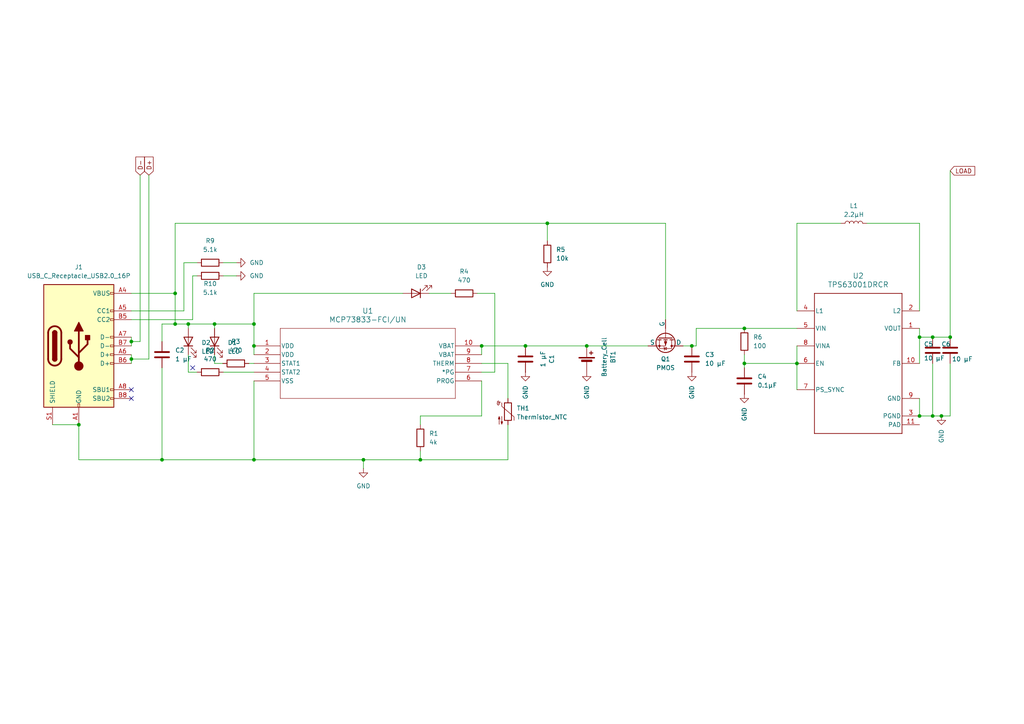
<source format=kicad_sch>
(kicad_sch (version 20250114) (generator "eeschema") (generator_version "9.0")
  (paper "A4")
  (lib_symbols
    (symbol "Connector:USB_C_Receptacle_USB2.0_16P" (pin_names (offset 1.016))
      (property "Reference" "J" (at 0 22.225 0))
      (property "Value" "USB_C_Receptacle_USB2.0_16P" (at 0 19.685 0))
      (symbol "USB_C_Receptacle_USB2.0_16P_0_0"
        (rectangle (start -0.254 -17.78) (end 0.254 -16.764))
        (rectangle (start 10.16 15.494) (end 9.144 14.986))
        (rectangle (start 10.16 10.414) (end 9.144 9.906))
        (rectangle (start 10.16 7.874) (end 9.144 7.366))
        (rectangle (start 10.16 2.794) (end 9.144 2.286))
        (rectangle (start 10.16 0.254) (end 9.144 -0.254))
        (rectangle (start 10.16 -2.286) (end 9.144 -2.794))
        (rectangle (start 10.16 -4.826) (end 9.144 -5.334))
        (rectangle (start 10.16 -12.446) (end 9.144 -12.954))
        (rectangle (start 10.16 -14.986) (end 9.144 -15.494))
      )
      (symbol "USB_C_Receptacle_USB2.0_16P_0_1"
        (rectangle (start -10.16 17.78) (end 10.16 -17.78) (stroke (width 0.254)) (fill (type background)))
        (polyline (pts (xy -8.89 -3.81) (xy -8.89 3.81)) (stroke (width 0.508)))
        (rectangle (start -7.62 -3.81) (end -6.35 3.81) (stroke (width 0.254)) (fill (type outline)))
        (arc (start -7.62 3.81) (mid -6.985 4.4423) (end -6.35 3.81) (stroke (width 0.254)))
        (arc (start -7.62 3.81) (mid -6.985 4.4423) (end -6.35 3.81) (stroke (width 0.254)) (fill (type outline)))
        (arc (start -8.89 3.81) (mid -6.985 5.7067) (end -5.08 3.81) (stroke (width 0.508)))
        (arc (start -5.08 -3.81) (mid -6.985 -5.7067) (end -8.89 -3.81) (stroke (width 0.508)))
        (arc (start -6.35 -3.81) (mid -6.985 -4.4423) (end -7.62 -3.81) (stroke (width 0.254)))
        (arc (start -6.35 -3.81) (mid -6.985 -4.4423) (end -7.62 -3.81) (stroke (width 0.254)) (fill (type outline)))
        (polyline (pts (xy -5.08 3.81) (xy -5.08 -3.81)) (stroke (width 0.508)))
        (circle (center -2.54 1.143) (radius 0.635) (stroke (width 0.254)) (fill (type outline)))
        (polyline (pts (xy -1.27 4.318) (xy 0 6.858) (xy 1.27 4.318) (xy -1.27 4.318)) (stroke (width 0.254)) (fill (type outline)))
        (polyline (pts (xy 0 -2.032) (xy 2.54 0.508) (xy 2.54 1.778)) (stroke (width 0.508)))
        (polyline (pts (xy 0 -3.302) (xy -2.54 -0.762) (xy -2.54 0.508)) (stroke (width 0.508)))
        (polyline (pts (xy 0 -5.842) (xy 0 4.318)) (stroke (width 0.508)))
        (circle (center 0 -5.842) (radius 1.27) (fill (type outline)))
        (rectangle (start 1.905 1.778) (end 3.175 3.048) (stroke (width 0.254)) (fill (type outline)))
      )
      (symbol "USB_C_Receptacle_USB2.0_16P_1_1"
        (pin passive line (at -7.62 -22.86 90) (length 5.08) (name "SHIELD") (number "S1"))
        (pin passive line (at 0 -22.86 90) (length 5.08) (name "GND") (number "A1"))
        (pin passive line (at 0 -22.86 90) (length 5.08) (hide yes) (name "GND") (number "A12"))
        (pin passive line (at 0 -22.86 90) (length 5.08) (hide yes) (name "GND") (number "B1"))
        (pin passive line (at 0 -22.86 90) (length 5.08) (hide yes) (name "GND") (number "B12"))
        (pin passive line (at 15.24 15.24 180) (length 5.08) (name "VBUS") (number "A4"))
        (pin passive line (at 15.24 15.24 180) (length 5.08) (hide yes) (name "VBUS") (number "A9"))
        (pin passive line (at 15.24 15.24 180) (length 5.08) (hide yes) (name "VBUS") (number "B4"))
        (pin passive line (at 15.24 15.24 180) (length 5.08) (hide yes) (name "VBUS") (number "B9"))
        (pin bidirectional line (at 15.24 10.16 180) (length 5.08) (name "CC1") (number "A5"))
        (pin bidirectional line (at 15.24 7.62 180) (length 5.08) (name "CC2") (number "B5"))
        (pin bidirectional line (at 15.24 2.54 180) (length 5.08) (name "D-") (number "A7"))
        (pin bidirectional line (at 15.24 0 180) (length 5.08) (name "D-") (number "B7"))
        (pin bidirectional line (at 15.24 -2.54 180) (length 5.08) (name "D+") (number "A6"))
        (pin bidirectional line (at 15.24 -5.08 180) (length 5.08) (name "D+") (number "B6"))
        (pin bidirectional line (at 15.24 -12.7 180) (length 5.08) (name "SBU1") (number "A8"))
        (pin bidirectional line (at 15.24 -15.24 180) (length 5.08) (name "SBU2") (number "B8"))
      )
    )
    (symbol "Device:Battery_Cell" (pin_numbers (hide yes)) (pin_names (offset 0) (hide yes))
      (property "Reference" "BT" (at 2.54 2.54 0))
      (property "Value" "Battery_Cell" (at 2.54 0 0))
      (symbol "Battery_Cell_0_1"
        (rectangle (start -2.286 1.778) (end 2.286 1.524) (fill (type outline)))
        (rectangle (start -1.524 1.016) (end 1.524 0.508) (fill (type outline)))
        (polyline (pts (xy 0 1.778) (xy 0 2.54)))
        (polyline (pts (xy 0 0.762) (xy 0 0)))
        (polyline (pts (xy 0.762 3.048) (xy 1.778 3.048)) (stroke (width 0.254)))
        (polyline (pts (xy 1.27 3.556) (xy 1.27 2.54)) (stroke (width 0.254)))
      )
      (symbol "Battery_Cell_1_1"
        (pin passive line (at 0 5.08 270) (length 2.54) (name "+") (number "1"))
        (pin passive line (at 0 -2.54 90) (length 2.54) (name "-") (number "2"))
      )
    )
    (symbol "Device:C" (pin_numbers (hide yes)) (pin_names (offset 0.254))
      (property "Reference" "C" (at 0.635 2.54 0))
      (property "Value" "C" (at 0.635 -2.54 0))
      (symbol "C_0_1"
        (polyline (pts (xy -2.032 0.762) (xy 2.032 0.762)) (stroke (width 0.508)))
        (polyline (pts (xy -2.032 -0.762) (xy 2.032 -0.762)) (stroke (width 0.508)))
      )
      (symbol "C_1_1"
        (pin passive line (at 0 3.81 270) (length 2.794) (name "~") (number "1"))
        (pin passive line (at 0 -3.81 90) (length 2.794) (name "~") (number "2"))
      )
    )
    (symbol "Device:L" (pin_numbers (hide yes)) (pin_names (offset 1.016) (hide yes))
      (property "Reference" "L" (at -1.27 0 90))
      (property "Value" "L" (at 1.905 0 90))
      (symbol "L_0_1"
        (arc (start 0 2.54) (mid 0.6323 1.905) (end 0 1.27))
        (arc (start 0 1.27) (mid 0.6323 0.635) (end 0 0))
        (arc (start 0 0) (mid 0.6323 -0.635) (end 0 -1.27))
        (arc (start 0 -1.27) (mid 0.6323 -1.905) (end 0 -2.54))
      )
      (symbol "L_1_1"
        (pin passive line (at 0 3.81 270) (length 1.27) (name "1") (number "1"))
        (pin passive line (at 0 -3.81 90) (length 1.27) (name "2") (number "2"))
      )
    )
    (symbol "Device:LED" (pin_numbers (hide yes)) (pin_names (offset 1.016) (hide yes))
      (property "Reference" "D" (at 0 2.54 0))
      (property "Value" "LED" (at 0 -2.54 0))
      (symbol "LED_0_1"
        (polyline (pts (xy -3.048 -0.762) (xy -4.572 -2.286) (xy -3.81 -2.286) (xy -4.572 -2.286) (xy -4.572 -1.524)))
        (polyline (pts (xy -1.778 -0.762) (xy -3.302 -2.286) (xy -2.54 -2.286) (xy -3.302 -2.286) (xy -3.302 -1.524)))
        (polyline (pts (xy -1.27 0) (xy 1.27 0)))
        (polyline (pts (xy -1.27 -1.27) (xy -1.27 1.27)) (stroke (width 0.254)))
        (polyline (pts (xy 1.27 -1.27) (xy 1.27 1.27) (xy -1.27 0) (xy 1.27 -1.27)) (stroke (width 0.254)))
      )
      (symbol "LED_1_1"
        (pin passive line (at -3.81 0 0) (length 2.54) (name "K") (number "1"))
        (pin passive line (at 3.81 0 180) (length 2.54) (name "A") (number "2"))
      )
    )
    (symbol "Device:R" (pin_numbers (hide yes)) (pin_names (offset 0))
      (property "Reference" "R" (at 2.032 0 90))
      (property "Value" "R" (at 0 0 90))
      (symbol "R_0_1"
        (rectangle (start -1.016 -2.54) (end 1.016 2.54) (stroke (width 0.254)))
      )
      (symbol "R_1_1"
        (pin passive line (at 0 3.81 270) (length 1.27) (name "~") (number "1"))
        (pin passive line (at 0 -3.81 90) (length 1.27) (name "~") (number "2"))
      )
    )
    (symbol "Device:Thermistor_NTC" (pin_numbers (hide yes)) (pin_names (offset 0))
      (property "Reference" "TH" (at -4.445 0 90))
      (property "Value" "Thermistor_NTC" (at 3.175 0 90))
      (symbol "Thermistor_NTC_0_1"
        (arc (start -3.175 2.413) (mid -3.0506 2.3165) (end -3.048 2.159))
        (arc (start -3.048 2.794) (mid -2.9736 2.9736) (end -2.794 3.048))
        (arc (start -2.794 3.048) (mid -2.6144 2.9736) (end -2.54 2.794))
        (arc (start -2.794 2.54) (mid -2.9736 2.6144) (end -3.048 2.794))
        (arc (start -2.794 1.905) (mid -2.9736 1.9794) (end -3.048 2.159))
        (arc (start -2.54 2.159) (mid -2.6144 1.9794) (end -2.794 1.905))
        (arc (start -2.159 2.794) (mid -2.434 2.5608) (end -2.794 2.54))
        (polyline (pts (xy -2.54 2.159) (xy -2.54 2.794)))
        (polyline (pts (xy -2.54 -3.683) (xy -2.54 -1.397) (xy -2.794 -2.159) (xy -2.286 -2.159) (xy -2.54 -1.397) (xy -2.54 -1.651)) (fill (type outline)))
        (polyline (pts (xy -1.778 2.54) (xy -1.778 1.524) (xy 1.778 -1.524) (xy 1.778 -2.54)))
        (polyline (pts (xy -1.778 -1.397) (xy -1.778 -3.683) (xy -2.032 -2.921) (xy -1.524 -2.921) (xy -1.778 -3.683) (xy -1.778 -3.429)) (fill (type outline)))
        (rectangle (start -1.016 2.54) (end 1.016 -2.54) (stroke (width 0.254)))
      )
      (symbol "Thermistor_NTC_1_1"
        (pin passive line (at 0 3.81 270) (length 1.27) (name "~") (number "1"))
        (pin passive line (at 0 -3.81 90) (length 1.27) (name "~") (number "2"))
      )
    )
    (symbol "Simulation_SPICE:PMOS" (pin_numbers (hide yes)) (pin_names (offset 0))
      (property "Reference" "Q" (at 5.08 1.27 0))
      (property "Value" "PMOS" (at 5.08 -1.27 0))
      (symbol "PMOS_0_1"
        (polyline (pts (xy 0.254 1.905) (xy 0.254 -1.905)) (stroke (width 0.254)))
        (polyline (pts (xy 0.254 0) (xy -2.54 0)))
        (polyline (pts (xy 0.762 2.286) (xy 0.762 1.27)) (stroke (width 0.254)))
        (polyline (pts (xy 0.762 1.778) (xy 3.302 1.778) (xy 3.302 -1.778) (xy 0.762 -1.778)))
        (polyline (pts (xy 0.762 0.508) (xy 0.762 -0.508)) (stroke (width 0.254)))
        (polyline (pts (xy 0.762 -1.27) (xy 0.762 -2.286)) (stroke (width 0.254)))
        (circle (center 1.651 0) (radius 2.794) (stroke (width 0.254)))
        (polyline (pts (xy 2.286 0) (xy 1.27 0.381) (xy 1.27 -0.381) (xy 2.286 0)) (fill (type outline)))
        (polyline (pts (xy 2.54 2.54) (xy 2.54 1.778)))
        (circle (center 2.54 1.778) (radius 0.254) (fill (type outline)))
        (circle (center 2.54 -1.778) (radius 0.254) (fill (type outline)))
        (polyline (pts (xy 2.54 -2.54) (xy 2.54 0) (xy 0.762 0)))
        (polyline (pts (xy 2.794 -0.508) (xy 2.921 -0.381) (xy 3.683 -0.381) (xy 3.81 -0.254)))
        (polyline (pts (xy 3.302 -0.381) (xy 2.921 0.254) (xy 3.683 0.254) (xy 3.302 -0.381)))
      )
      (symbol "PMOS_1_1"
        (pin input line (at -5.08 0 0) (length 2.54) (name "G") (number "2"))
        (pin passive line (at 2.54 5.08 270) (length 2.54) (name "D") (number "1"))
        (pin passive line (at 2.54 -5.08 90) (length 2.54) (name "S") (number "3"))
      )
    )
    (symbol "TPS63001DRCR:TPS63001DRCR" (pin_names (offset 0.254))
      (property "Reference" "U" (at 0 2.54 0))
      (property "Value" "TPS63001DRCR" (at 0 0 0))
      (symbol "TPS63001DRCR_0_1"
        (polyline (pts (xy -12.7 20.32) (xy -12.7 -20.32)) (stroke (width 0.2032)))
        (polyline (pts (xy -12.7 -20.32) (xy 12.7 -20.32)) (stroke (width 0.2032)))
        (polyline (pts (xy 12.7 20.32) (xy -12.7 20.32)) (stroke (width 0.2032)))
        (polyline (pts (xy 12.7 -20.32) (xy 12.7 20.32)) (stroke (width 0.2032)))
        (pin unspecified line (at -17.78 15.24 0) (length 5.08) (name "L1") (number "4"))
        (pin power_in line (at -17.78 10.16 0) (length 5.08) (name "VIN") (number "5"))
        (pin power_in line (at -17.78 5.08 0) (length 5.08) (name "VINA") (number "8"))
        (pin input line (at -17.78 0 0) (length 5.08) (name "EN") (number "6"))
        (pin input line (at -17.78 -7.62 0) (length 5.08) (name "PS_SYNC") (number "7"))
        (pin unspecified line (at 17.78 15.24 180) (length 5.08) (name "L2") (number "2"))
        (pin power_in line (at 17.78 10.16 180) (length 5.08) (name "VOUT") (number "1"))
        (pin input line (at 17.78 0 180) (length 5.08) (name "FB") (number "10"))
        (pin power_in line (at 17.78 -10.16 180) (length 5.08) (name "GND") (number "9"))
        (pin power_in line (at 17.78 -15.24 180) (length 5.08) (name "PGND") (number "3"))
        (pin power_in line (at 17.78 -17.78 180) (length 5.08) (name "PAD") (number "11"))
      )
    )
    (symbol "battery_MCP73833:MCP73833-FCI_UN" (pin_names (offset 0.254))
      (property "Reference" "U" (at 33.02 10.16 0))
      (property "Value" "MCP73833-FCI/UN" (at 33.02 7.62 0))
      (symbol "MCP73833-FCI_UN_0_1"
        (polyline (pts (xy 7.62 5.08) (xy 7.62 -15.24)) (stroke (width 0.127)))
        (polyline (pts (xy 7.62 -15.24) (xy 58.42 -15.24)) (stroke (width 0.127)))
        (polyline (pts (xy 58.42 5.08) (xy 7.62 5.08)) (stroke (width 0.127)))
        (polyline (pts (xy 58.42 -15.24) (xy 58.42 5.08)) (stroke (width 0.127)))
        (pin unspecified line (at 0 0 0) (length 7.62) (name "VDD") (number "1"))
        (pin unspecified line (at 0 -2.54 0) (length 7.62) (name "VDD") (number "2"))
        (pin unspecified line (at 0 -5.08 0) (length 7.62) (name "STAT1") (number "3"))
        (pin unspecified line (at 0 -7.62 0) (length 7.62) (name "STAT2") (number "4"))
        (pin unspecified line (at 0 -10.16 0) (length 7.62) (name "VSS") (number "5"))
        (pin unspecified line (at 66.04 0 180) (length 7.62) (name "VBAT") (number "10"))
        (pin unspecified line (at 66.04 -2.54 180) (length 7.62) (name "VBAT") (number "9"))
        (pin unspecified line (at 66.04 -5.08 180) (length 7.62) (name "THERM") (number "8"))
        (pin unspecified line (at 66.04 -7.62 180) (length 7.62) (name "*PG") (number "7"))
        (pin unspecified line (at 66.04 -10.16 180) (length 7.62) (name "PROG") (number "6"))
      )
    )
    (symbol "power:GND" (power) (pin_numbers (hide yes)) (pin_names (offset 0) (hide yes))
      (property "Value" "GND" (at 0 -3.81 0))
      (symbol "GND_0_1"
        (polyline (pts (xy 0 0) (xy 0 -1.27) (xy 1.27 -1.27) (xy 0 -2.54) (xy -1.27 -1.27) (xy 0 -1.27)))
      )
      (symbol "GND_1_1"
        (pin power_in line (at 0 0 270) (length 0) (name "~") (number "1"))
      )
    )
  )
  (junction (at 62.23 93.98))
  (junction (at 38.1 99.06))
  (junction (at 200.66 100.33))
  (junction (at 170.18 100.33))
  (junction (at 73.66 93.98))
  (junction (at 215.9 105.41))
  (junction (at 275.59 97.79))
  (junction (at 270.51 97.79))
  (junction (at 231.14 105.41))
  (junction (at 73.66 133.35))
  (junction (at 38.1 104.14))
  (junction (at 266.7 97.79))
  (junction (at 215.9 95.25))
  (junction (at 270.51 120.65))
  (junction (at 266.7 120.65))
  (junction (at 152.4 100.33))
  (junction (at 121.92 133.35))
  (junction (at 158.75 64.77))
  (junction (at 273.05 120.65))
  (junction (at 54.61 93.98))
  (junction (at 50.8 93.98))
  (junction (at 50.8 85.09))
  (junction (at 105.41 133.35))
  (junction (at 139.7 100.33))
  (junction (at 73.66 100.33))
  (junction (at 46.99 133.35))
  (junction (at 22.86 123.19))
  (no_connect (at 38.1 113.03))
  (no_connect (at 38.1 115.57))
  (no_connect (at 55.88 106.68))
  (wire (pts (xy 64.77 80.01) (xy 68.58 80.01)))
  (wire (pts (xy 215.9 102.87) (xy 215.9 105.41)))
  (wire (pts (xy 266.7 97.79) (xy 266.7 105.41)))
  (wire (pts (xy 73.66 100.33) (xy 73.66 102.87)))
  (wire (pts (xy 15.24 123.19) (xy 22.86 123.19)))
  (wire (pts (xy 38.1 85.09) (xy 50.8 85.09)))
  (wire (pts (xy 38.1 99.06) (xy 40.64 99.06)))
  (wire (pts (xy 53.34 76.2) (xy 57.15 76.2)))
  (wire (pts (xy 46.99 93.98) (xy 46.99 99.06)))
  (wire (pts (xy 215.9 95.25) (xy 231.14 95.25)))
  (wire (pts (xy 73.66 133.35) (xy 105.41 133.35)))
  (wire (pts (xy 54.61 93.98) (xy 50.8 93.98)))
  (wire (pts (xy 73.66 85.09) (xy 116.84 85.09)))
  (wire (pts (xy 121.92 130.81) (xy 121.92 133.35)))
  (wire (pts (xy 43.18 104.14) (xy 43.18 50.8)))
  (wire (pts (xy 266.7 120.65) (xy 270.51 120.65)))
  (wire (pts (xy 270.51 97.79) (xy 275.59 97.79)))
  (wire (pts (xy 275.59 105.41) (xy 275.59 120.65)))
  (wire (pts (xy 73.66 110.49) (xy 73.66 133.35)))
  (wire (pts (xy 64.77 76.2) (xy 68.58 76.2)))
  (wire (pts (xy 38.1 92.71) (xy 55.88 92.71)))
  (wire (pts (xy 251.46 64.77) (xy 266.7 64.77)))
  (wire (pts (xy 73.66 100.33) (xy 73.66 93.98)))
  (wire (pts (xy 105.41 133.35) (xy 121.92 133.35)))
  (wire (pts (xy 38.1 97.79) (xy 38.1 99.06)))
  (wire (pts (xy 55.88 92.71) (xy 55.88 80.01)))
  (wire (pts (xy 38.1 104.14) (xy 43.18 104.14)))
  (wire (pts (xy 266.7 64.77) (xy 266.7 90.17)))
  (wire (pts (xy 62.23 102.87) (xy 62.23 105.41)))
  (wire (pts (xy 46.99 133.35) (xy 73.66 133.35)))
  (wire (pts (xy 38.1 104.14) (xy 38.1 105.41)))
  (wire (pts (xy 215.9 105.41) (xy 231.14 105.41)))
  (wire (pts (xy 105.41 133.35) (xy 105.41 135.89)))
  (wire (pts (xy 266.7 97.79) (xy 270.51 97.79)))
  (wire (pts (xy 121.92 133.35) (xy 147.32 133.35)))
  (wire (pts (xy 198.12 100.33) (xy 200.66 100.33)))
  (wire (pts (xy 53.34 90.17) (xy 53.34 76.2)))
  (wire (pts (xy 193.04 64.77) (xy 193.04 92.71)))
  (wire (pts (xy 55.88 80.01) (xy 57.15 80.01)))
  (wire (pts (xy 139.7 100.33) (xy 139.7 102.87)))
  (wire (pts (xy 22.86 133.35) (xy 22.86 123.19)))
  (wire (pts (xy 201.93 95.25) (xy 215.9 95.25)))
  (wire (pts (xy 270.51 105.41) (xy 270.51 120.65)))
  (wire (pts (xy 147.32 105.41) (xy 147.32 115.57)))
  (wire (pts (xy 139.7 120.65) (xy 121.92 120.65)))
  (wire (pts (xy 46.99 106.68) (xy 46.99 133.35)))
  (wire (pts (xy 62.23 93.98) (xy 62.23 95.25)))
  (wire (pts (xy 73.66 93.98) (xy 73.66 85.09)))
  (wire (pts (xy 64.77 107.95) (xy 73.66 107.95)))
  (wire (pts (xy 266.7 95.25) (xy 266.7 97.79)))
  (wire (pts (xy 40.64 99.06) (xy 40.64 50.8)))
  (wire (pts (xy 22.86 133.35) (xy 46.99 133.35)))
  (wire (pts (xy 266.7 115.57) (xy 266.7 120.65)))
  (wire (pts (xy 50.8 93.98) (xy 46.99 93.98)))
  (wire (pts (xy 72.2086 105.41) (xy 73.66 105.41)))
  (wire (pts (xy 138.43 85.09) (xy 143.51 85.09)))
  (wire (pts (xy 54.61 93.98) (xy 54.61 95.25)))
  (wire (pts (xy 124.46 85.09) (xy 130.81 85.09)))
  (wire (pts (xy 143.51 107.95) (xy 139.7 107.95)))
  (wire (pts (xy 50.8 64.77) (xy 50.8 85.09)))
  (wire (pts (xy 139.7 100.33) (xy 152.4 100.33)))
  (wire (pts (xy 170.18 100.33) (xy 187.96 100.33)))
  (wire (pts (xy 50.8 64.77) (xy 158.75 64.77)))
  (wire (pts (xy 54.61 102.87) (xy 54.61 107.95)))
  (wire (pts (xy 200.66 100.33) (xy 201.93 100.33)))
  (wire (pts (xy 147.32 123.19) (xy 147.32 133.35)))
  (wire (pts (xy 231.14 90.17) (xy 231.14 64.77)))
  (wire (pts (xy 139.7 110.49) (xy 139.7 120.65)))
  (wire (pts (xy 38.1 99.06) (xy 38.1 100.33)))
  (wire (pts (xy 152.4 100.33) (xy 170.18 100.33)))
  (wire (pts (xy 201.93 100.33) (xy 201.93 95.25)))
  (wire (pts (xy 143.51 85.09) (xy 143.51 107.95)))
  (wire (pts (xy 38.1 102.87) (xy 38.1 104.14)))
  (wire (pts (xy 231.14 100.33) (xy 231.14 105.41)))
  (wire (pts (xy 275.59 97.79) (xy 275.59 49.53)))
  (wire (pts (xy 62.23 93.98) (xy 54.61 93.98)))
  (wire (pts (xy 139.7 105.41) (xy 147.32 105.41)))
  (wire (pts (xy 62.23 105.41) (xy 64.5886 105.41)))
  (wire (pts (xy 73.66 93.98) (xy 62.23 93.98)))
  (wire (pts (xy 215.9 105.41) (xy 215.9 106.68)))
  (wire (pts (xy 270.51 120.65) (xy 273.05 120.65)))
  (wire (pts (xy 121.92 120.65) (xy 121.92 123.19)))
  (wire (pts (xy 50.8 85.09) (xy 50.8 93.98)))
  (wire (pts (xy 54.61 107.95) (xy 57.15 107.95)))
  (wire (pts (xy 193.04 64.77) (xy 158.75 64.77)))
  (wire (pts (xy 231.14 64.77) (xy 243.84 64.77)))
  (wire (pts (xy 158.75 64.77) (xy 158.75 69.85)))
  (wire (pts (xy 38.1 90.17) (xy 53.34 90.17)))
  (wire (pts (xy 275.59 120.65) (xy 273.05 120.65)))
  (wire (pts (xy 231.14 105.41) (xy 231.14 113.03)))
  (global_label "LOAD" (shape input) (at 275.59 49.53 0) (property "Intersheetrefs" "${INTERSHEET_REFS}" (effects (hide yes))))
  (global_label "D-" (shape input) (at 40.64 50.8 90) (property "Intersheetrefs" "${INTERSHEET_REFS}" (effects (hide yes))))
  (global_label "D+" (shape input) (at 43.18 50.8 90) (property "Intersheetrefs" "${INTERSHEET_REFS}" (effects (hide yes))))
  (symbol (lib_id "Simulation_SPICE:PMOS") (at 193.04 97.79 270) (unit 1)
    (property "Reference" "Q1" (at 193.04 104.14 90))
    (property "Value" "PMOS" (at 193.04 106.68 90))
    (property "Datasheet" "https://ngspice.sourceforge.io/docs/ngspice-html-manual/manual.xhtml#cha_MOSFETs" (effects (hide yes)))
    (property "Description" "P-MOSFET transistor, drain/source/gate" (effects (hide yes)))
    (property "Sim.Device" "PMOS" (effects (hide yes)))
    (property "Sim.Type" "VDMOS" (effects (hide yes)))
    (property "Sim.Pins" "1=D 2=G 3=S" (effects (hide yes)))
  )
  (symbol (lib_id "Device:R") (at 121.92 127 0) (unit 1)
    (property "Reference" "R1" (at 124.46 125.7299 0) (effects (justify left)))
    (property "Value" "4k" (at 124.46 128.2699 0) (effects (justify left)))
    (property "Description" "Resistor" (effects (hide yes)))
  )
  (symbol (lib_id "Device:Thermistor_NTC") (at 147.32 119.38 0) (unit 1)
    (property "Reference" "TH1" (at 149.86 118.4274 0) (effects (justify left)))
    (property "Value" "Thermistor_NTC" (at 149.86 120.9674 0) (effects (justify left)))
    (property "Description" "Temperature dependent resistor, negative temperature coefficient" (effects (hide yes)))
  )
  (symbol (lib_id "power:GND") (at 158.75 77.47 0) (unit 1)
    (property "Reference" "#PWR04" (effects (hide yes)))
    (property "Value" "GND" (at 158.75 82.55 0))
    (property "Description" "Power symbol creates a global label with name \"GND\" , ground" (effects (hide yes)))
  )
  (symbol (lib_id "Device:C") (at 275.59 101.6 0) (unit 1)
    (property "Reference" "C6" (at 273.05 99.822 0) (effects (justify left)))
    (property "Value" "10 μF" (at 276.098 104.14 0) (effects (justify left)))
    (property "Description" "Unpolarized capacitor" (effects (hide yes)))
  )
  (symbol (lib_id "Device:C") (at 215.9 110.49 0) (unit 1)
    (property "Reference" "C4" (at 219.71 109.2199 0) (effects (justify left)))
    (property "Value" "0.1μF" (at 219.71 111.7599 0) (effects (justify left)))
    (property "Description" "Unpolarized capacitor" (effects (hide yes)))
  )
  (symbol (lib_id "Device:C") (at 46.99 102.87 180) (unit 1)
    (property "Reference" "C2" (at 50.8 101.5999 0) (effects (justify right)))
    (property "Value" "1 μF" (at 50.8 104.1399 0) (effects (justify right)))
    (property "Description" "Unpolarized capacitor" (effects (hide yes)))
  )
  (symbol (lib_id "power:GND") (at 105.41 135.89 0) (unit 1)
    (property "Reference" "#PWR01" (effects (hide yes)))
    (property "Value" "GND" (at 105.41 140.97 0))
    (property "Description" "Power symbol creates a global label with name \"GND\" , ground" (effects (hide yes)))
  )
  (symbol (lib_id "Device:Battery_Cell") (at 170.18 105.41 0) (unit 1)
    (property "Reference" "BT1" (at 177.8 103.5685 90))
    (property "Value" "Battery_Cell" (at 175.26 103.5685 90))
    (property "Description" "Single-cell battery" (effects (hide yes)))
  )
  (symbol (lib_id "TPS63001DRCR:TPS63001DRCR") (at 248.92 105.41 0) (unit 1)
    (property "Reference" "U2" (at 248.92 80.01 0) (effects (font (size 1.524 1.524))))
    (property "Value" "TPS63001DRCR" (at 248.92 82.55 0) (effects (font (size 1.524 1.524))))
    (property "Footprint" "DRC0010J" (effects (hide yes)))
    (property "Datasheet" "https://www.ti.com/lit/gpn/tps63001" (effects (hide yes)))
  )
  (symbol (lib_id "Device:R") (at 60.96 80.01 270) (unit 1)
    (property "Reference" "R10" (at 60.96 82.296 90))
    (property "Value" "5.1k" (at 60.96 84.836 90))
    (property "Description" "Resistor" (effects (hide yes)))
  )
  (symbol (lib_id "Device:C") (at 152.4 104.14 0) (unit 1)
    (property "Reference" "C1" (at 160.02 104.14 90))
    (property "Value" "1 μF" (at 157.48 104.14 90))
    (property "Description" "Unpolarized capacitor" (effects (hide yes)))
  )
  (symbol (lib_id "battery_MCP73833:MCP73833-FCI_UN") (at 73.66 100.33 0) (unit 1)
    (property "Reference" "U1" (at 106.68 90.17 0) (effects (font (size 1.524 1.524))))
    (property "Value" "MCP73833-FCI/UN" (at 106.68 92.71 0) (effects (font (size 1.524 1.524))))
    (property "Footprint" "MSOP10_MC_MCH" (effects (hide yes)))
    (property "Datasheet" "MCP73833-FCI/UN" (effects (hide yes)))
  )
  (symbol (lib_id "power:GND") (at 152.4 107.95 0) (unit 1)
    (property "Reference" "#PWR02" (effects (hide yes)))
    (property "Value" "GND" (at 152.4001 111.76 90) (effects (justify right)))
    (property "Description" "Power symbol creates a global label with name \"GND\" , ground" (effects (hide yes)))
  )
  (symbol (lib_id "Device:R") (at 158.75 73.66 180) (unit 1)
    (property "Reference" "R5" (at 161.29 72.3899 0) (effects (justify right)))
    (property "Value" "10k" (at 161.29 74.9299 0) (effects (justify right)))
    (property "Description" "Resistor" (effects (hide yes)))
  )
  (symbol (lib_id "power:GND") (at 68.58 76.2 90) (unit 1)
    (property "Reference" "#PWR015" (effects (hide yes)))
    (property "Value" "GND" (at 72.39 76.1999 90) (effects (justify right)))
    (property "Description" "Power symbol creates a global label with name \"GND\" , ground" (effects (hide yes)))
  )
  (symbol (lib_id "power:GND") (at 215.9 114.3 0) (unit 1)
    (property "Reference" "#PWR06" (effects (hide yes)))
    (property "Value" "GND" (at 215.9001 118.11 90) (effects (justify right)))
    (property "Description" "Power symbol creates a global label with name \"GND\" , ground" (effects (hide yes)))
  )
  (symbol (lib_id "Device:R") (at 68.3986 105.41 90) (unit 1)
    (property "Reference" "R3" (at 68.3986 99.06 90))
    (property "Value" "470" (at 68.3986 101.6 90))
    (property "Description" "Resistor" (effects (hide yes)))
  )
  (symbol (lib_id "Device:R") (at 60.96 76.2 90) (unit 1)
    (property "Reference" "R9" (at 60.96 69.85 90))
    (property "Value" "5.1k" (at 60.96 72.39 90))
    (property "Description" "Resistor" (effects (hide yes)))
  )
  (symbol (lib_id "Device:LED") (at 54.61 99.06 90) (unit 1)
    (property "Reference" "D2" (at 58.42 99.3774 90) (effects (justify right)))
    (property "Value" "LED" (at 58.42 101.9174 90) (effects (justify right)))
    (property "Description" "Light emitting diode" (effects (hide yes)))
    (property "Sim.Pins" "1=K 2=A" (effects (hide yes)))
  )
  (symbol (lib_id "Device:L") (at 247.65 64.77 90) (unit 1)
    (property "Reference" "L1" (at 247.65 59.69 90))
    (property "Value" "2.2μH" (at 247.65 62.23 90))
    (property "Description" "Inductor" (effects (hide yes)))
  )
  (symbol (lib_id "Device:R") (at 134.62 85.09 90) (unit 1)
    (property "Reference" "R4" (at 134.62 78.74 90))
    (property "Value" "470" (at 134.62 81.28 90))
    (property "Description" "Resistor" (effects (hide yes)))
  )
  (symbol (lib_id "Device:R") (at 60.96 107.95 90) (unit 1)
    (property "Reference" "R2" (at 60.96 101.6 90))
    (property "Value" "470" (at 60.96 104.14 90))
    (property "Description" "Resistor" (effects (hide yes)))
  )
  (symbol (lib_id "Device:C") (at 200.66 104.14 0) (unit 1)
    (property "Reference" "C3" (at 204.47 102.8699 0) (effects (justify left)))
    (property "Value" "10 μF" (at 204.47 105.4099 0) (effects (justify left)))
    (property "Description" "Unpolarized capacitor" (effects (hide yes)))
  )
  (symbol (lib_id "Device:LED") (at 62.23 99.06 90) (unit 1)
    (property "Reference" "D1" (at 66.04 99.3774 90) (effects (justify right)))
    (property "Value" "LED" (at 66.04 101.9174 90) (effects (justify right)))
    (property "Description" "Light emitting diode" (effects (hide yes)))
    (property "Sim.Pins" "1=K 2=A" (effects (hide yes)))
  )
  (symbol (lib_id "Device:LED") (at 120.65 85.09 180) (unit 1)
    (property "Reference" "D3" (at 122.2375 77.47 0))
    (property "Value" "LED" (at 122.2375 80.01 0))
    (property "Description" "Light emitting diode" (effects (hide yes)))
    (property "Sim.Pins" "1=K 2=A" (effects (hide yes)))
  )
  (symbol (lib_id "Connector:USB_C_Receptacle_USB2.0_16P") (at 22.86 100.33 0) (unit 1)
    (property "Reference" "J1" (at 22.86 77.47 0))
    (property "Value" "USB_C_Receptacle_USB2.0_16P" (at 22.86 80.01 0))
    (property "Datasheet" "https://www.usb.org/sites/default/files/documents/usb_type-c.zip" (effects (hide yes)))
    (property "Description" "USB 2.0-only 16P Type-C Receptacle connector" (effects (hide yes)))
  )
  (symbol (lib_id "power:GND") (at 68.58 80.01 90) (unit 1)
    (property "Reference" "#PWR016" (effects (hide yes)))
    (property "Value" "GND" (at 72.39 80.0099 90) (effects (justify right)))
    (property "Description" "Power symbol creates a global label with name \"GND\" , ground" (effects (hide yes)))
  )
  (symbol (lib_id "power:GND") (at 273.05 120.65 0) (unit 1)
    (property "Reference" "#PWR07" (effects (hide yes)))
    (property "Value" "GND" (at 273.0501 124.46 90) (effects (justify right)))
    (property "Description" "Power symbol creates a global label with name \"GND\" , ground" (effects (hide yes)))
  )
  (symbol (lib_id "Device:R") (at 215.9 99.06 180) (unit 1)
    (property "Reference" "R6" (at 218.44 97.7899 0) (effects (justify right)))
    (property "Value" "100" (at 218.44 100.3299 0) (effects (justify right)))
    (property "Description" "Resistor" (effects (hide yes)))
  )
  (symbol (lib_id "Device:C") (at 270.51 101.6 0) (unit 1)
    (property "Reference" "C5" (at 267.97 99.822 0) (effects (justify left)))
    (property "Value" "10 μF" (at 267.97 103.886 0) (effects (justify left)))
    (property "Description" "Unpolarized capacitor" (effects (hide yes)))
  )
  (symbol (lib_id "power:GND") (at 170.18 107.95 0) (unit 1)
    (property "Reference" "#PWR03" (effects (hide yes)))
    (property "Value" "GND" (at 170.1801 111.76 90) (effects (justify right)))
    (property "Description" "Power symbol creates a global label with name \"GND\" , ground" (effects (hide yes)))
  )
  (symbol (lib_id "power:GND") (at 200.66 107.95 0) (unit 1)
    (property "Reference" "#PWR05" (effects (hide yes)))
    (property "Value" "GND" (at 200.6601 111.76 90) (effects (justify right)))
    (property "Description" "Power symbol creates a global label with name \"GND\" , ground" (effects (hide yes)))
  )
)
</source>
